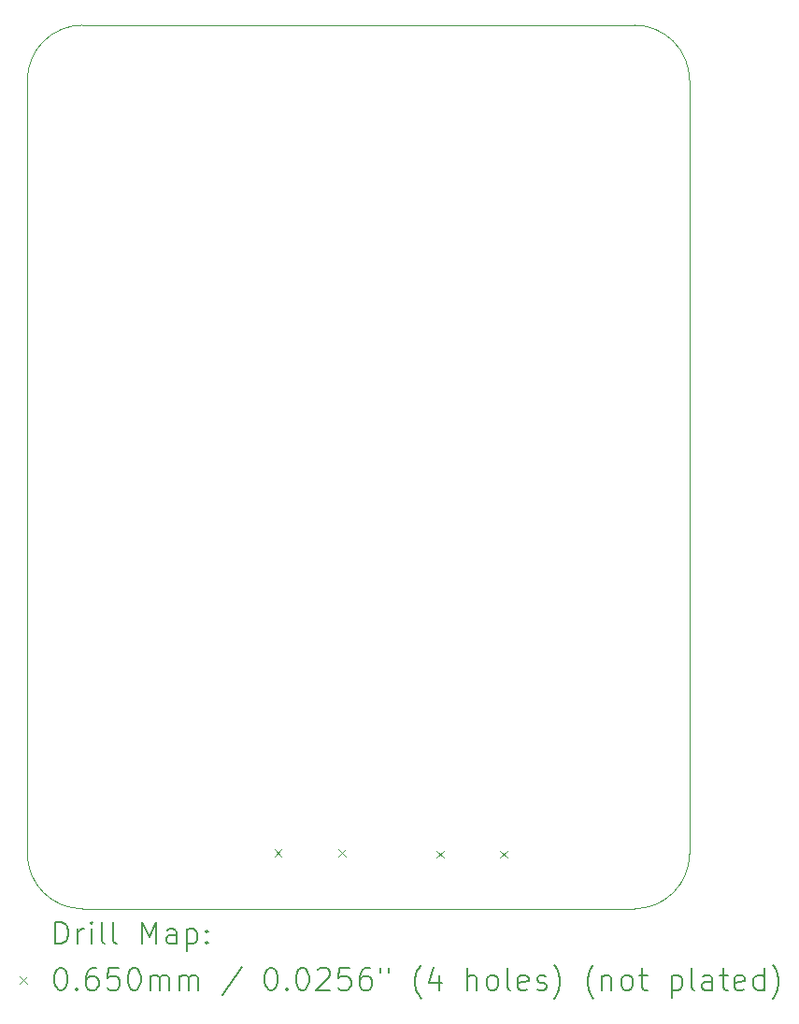
<source format=gbr>
%TF.GenerationSoftware,KiCad,Pcbnew,7.0.9*%
%TF.CreationDate,2024-06-03T19:44:03+03:00*%
%TF.ProjectId,LinuxCore-v2,4c696e75-7843-46f7-9265-2d76322e6b69,rev?*%
%TF.SameCoordinates,Original*%
%TF.FileFunction,Drillmap*%
%TF.FilePolarity,Positive*%
%FSLAX45Y45*%
G04 Gerber Fmt 4.5, Leading zero omitted, Abs format (unit mm)*
G04 Created by KiCad (PCBNEW 7.0.9) date 2024-06-03 19:44:03*
%MOMM*%
%LPD*%
G01*
G04 APERTURE LIST*
%ADD10C,0.100000*%
%ADD11C,0.200000*%
G04 APERTURE END LIST*
D10*
X17689715Y-12900000D02*
X12689715Y-12900000D01*
X12689715Y-4900000D02*
X17689715Y-4900000D01*
X12189710Y-12400000D02*
G75*
G03*
X12689715Y-12900000I500000J0D01*
G01*
X18189715Y-5400000D02*
X18189715Y-12400000D01*
X12189715Y-12400000D02*
X12189715Y-5400000D01*
X12689715Y-4900005D02*
G75*
G03*
X12189715Y-5400000I-5J-499995D01*
G01*
X18189720Y-5400000D02*
G75*
G03*
X17689715Y-4900000I-500000J0D01*
G01*
X17689715Y-12899995D02*
G75*
G03*
X18189715Y-12400000I5J499995D01*
G01*
D11*
D10*
X14428215Y-12363500D02*
X14493215Y-12428500D01*
X14493215Y-12363500D02*
X14428215Y-12428500D01*
X15006215Y-12363500D02*
X15071215Y-12428500D01*
X15071215Y-12363500D02*
X15006215Y-12428500D01*
X15898215Y-12373500D02*
X15963215Y-12438500D01*
X15963215Y-12373500D02*
X15898215Y-12438500D01*
X16476215Y-12373500D02*
X16541215Y-12438500D01*
X16541215Y-12373500D02*
X16476215Y-12438500D01*
D11*
X12445492Y-13216484D02*
X12445492Y-13016484D01*
X12445492Y-13016484D02*
X12493111Y-13016484D01*
X12493111Y-13016484D02*
X12521682Y-13026008D01*
X12521682Y-13026008D02*
X12540730Y-13045055D01*
X12540730Y-13045055D02*
X12550254Y-13064103D01*
X12550254Y-13064103D02*
X12559777Y-13102198D01*
X12559777Y-13102198D02*
X12559777Y-13130769D01*
X12559777Y-13130769D02*
X12550254Y-13168865D01*
X12550254Y-13168865D02*
X12540730Y-13187912D01*
X12540730Y-13187912D02*
X12521682Y-13206960D01*
X12521682Y-13206960D02*
X12493111Y-13216484D01*
X12493111Y-13216484D02*
X12445492Y-13216484D01*
X12645492Y-13216484D02*
X12645492Y-13083150D01*
X12645492Y-13121246D02*
X12655016Y-13102198D01*
X12655016Y-13102198D02*
X12664539Y-13092674D01*
X12664539Y-13092674D02*
X12683587Y-13083150D01*
X12683587Y-13083150D02*
X12702635Y-13083150D01*
X12769301Y-13216484D02*
X12769301Y-13083150D01*
X12769301Y-13016484D02*
X12759777Y-13026008D01*
X12759777Y-13026008D02*
X12769301Y-13035531D01*
X12769301Y-13035531D02*
X12778825Y-13026008D01*
X12778825Y-13026008D02*
X12769301Y-13016484D01*
X12769301Y-13016484D02*
X12769301Y-13035531D01*
X12893111Y-13216484D02*
X12874063Y-13206960D01*
X12874063Y-13206960D02*
X12864539Y-13187912D01*
X12864539Y-13187912D02*
X12864539Y-13016484D01*
X12997873Y-13216484D02*
X12978825Y-13206960D01*
X12978825Y-13206960D02*
X12969301Y-13187912D01*
X12969301Y-13187912D02*
X12969301Y-13016484D01*
X13226444Y-13216484D02*
X13226444Y-13016484D01*
X13226444Y-13016484D02*
X13293111Y-13159341D01*
X13293111Y-13159341D02*
X13359777Y-13016484D01*
X13359777Y-13016484D02*
X13359777Y-13216484D01*
X13540730Y-13216484D02*
X13540730Y-13111722D01*
X13540730Y-13111722D02*
X13531206Y-13092674D01*
X13531206Y-13092674D02*
X13512158Y-13083150D01*
X13512158Y-13083150D02*
X13474063Y-13083150D01*
X13474063Y-13083150D02*
X13455016Y-13092674D01*
X13540730Y-13206960D02*
X13521682Y-13216484D01*
X13521682Y-13216484D02*
X13474063Y-13216484D01*
X13474063Y-13216484D02*
X13455016Y-13206960D01*
X13455016Y-13206960D02*
X13445492Y-13187912D01*
X13445492Y-13187912D02*
X13445492Y-13168865D01*
X13445492Y-13168865D02*
X13455016Y-13149817D01*
X13455016Y-13149817D02*
X13474063Y-13140293D01*
X13474063Y-13140293D02*
X13521682Y-13140293D01*
X13521682Y-13140293D02*
X13540730Y-13130769D01*
X13635968Y-13083150D02*
X13635968Y-13283150D01*
X13635968Y-13092674D02*
X13655016Y-13083150D01*
X13655016Y-13083150D02*
X13693111Y-13083150D01*
X13693111Y-13083150D02*
X13712158Y-13092674D01*
X13712158Y-13092674D02*
X13721682Y-13102198D01*
X13721682Y-13102198D02*
X13731206Y-13121246D01*
X13731206Y-13121246D02*
X13731206Y-13178388D01*
X13731206Y-13178388D02*
X13721682Y-13197436D01*
X13721682Y-13197436D02*
X13712158Y-13206960D01*
X13712158Y-13206960D02*
X13693111Y-13216484D01*
X13693111Y-13216484D02*
X13655016Y-13216484D01*
X13655016Y-13216484D02*
X13635968Y-13206960D01*
X13816920Y-13197436D02*
X13826444Y-13206960D01*
X13826444Y-13206960D02*
X13816920Y-13216484D01*
X13816920Y-13216484D02*
X13807397Y-13206960D01*
X13807397Y-13206960D02*
X13816920Y-13197436D01*
X13816920Y-13197436D02*
X13816920Y-13216484D01*
X13816920Y-13092674D02*
X13826444Y-13102198D01*
X13826444Y-13102198D02*
X13816920Y-13111722D01*
X13816920Y-13111722D02*
X13807397Y-13102198D01*
X13807397Y-13102198D02*
X13816920Y-13092674D01*
X13816920Y-13092674D02*
X13816920Y-13111722D01*
D10*
X12119715Y-13512500D02*
X12184715Y-13577500D01*
X12184715Y-13512500D02*
X12119715Y-13577500D01*
D11*
X12483587Y-13436484D02*
X12502635Y-13436484D01*
X12502635Y-13436484D02*
X12521682Y-13446008D01*
X12521682Y-13446008D02*
X12531206Y-13455531D01*
X12531206Y-13455531D02*
X12540730Y-13474579D01*
X12540730Y-13474579D02*
X12550254Y-13512674D01*
X12550254Y-13512674D02*
X12550254Y-13560293D01*
X12550254Y-13560293D02*
X12540730Y-13598388D01*
X12540730Y-13598388D02*
X12531206Y-13617436D01*
X12531206Y-13617436D02*
X12521682Y-13626960D01*
X12521682Y-13626960D02*
X12502635Y-13636484D01*
X12502635Y-13636484D02*
X12483587Y-13636484D01*
X12483587Y-13636484D02*
X12464539Y-13626960D01*
X12464539Y-13626960D02*
X12455016Y-13617436D01*
X12455016Y-13617436D02*
X12445492Y-13598388D01*
X12445492Y-13598388D02*
X12435968Y-13560293D01*
X12435968Y-13560293D02*
X12435968Y-13512674D01*
X12435968Y-13512674D02*
X12445492Y-13474579D01*
X12445492Y-13474579D02*
X12455016Y-13455531D01*
X12455016Y-13455531D02*
X12464539Y-13446008D01*
X12464539Y-13446008D02*
X12483587Y-13436484D01*
X12635968Y-13617436D02*
X12645492Y-13626960D01*
X12645492Y-13626960D02*
X12635968Y-13636484D01*
X12635968Y-13636484D02*
X12626444Y-13626960D01*
X12626444Y-13626960D02*
X12635968Y-13617436D01*
X12635968Y-13617436D02*
X12635968Y-13636484D01*
X12816920Y-13436484D02*
X12778825Y-13436484D01*
X12778825Y-13436484D02*
X12759777Y-13446008D01*
X12759777Y-13446008D02*
X12750254Y-13455531D01*
X12750254Y-13455531D02*
X12731206Y-13484103D01*
X12731206Y-13484103D02*
X12721682Y-13522198D01*
X12721682Y-13522198D02*
X12721682Y-13598388D01*
X12721682Y-13598388D02*
X12731206Y-13617436D01*
X12731206Y-13617436D02*
X12740730Y-13626960D01*
X12740730Y-13626960D02*
X12759777Y-13636484D01*
X12759777Y-13636484D02*
X12797873Y-13636484D01*
X12797873Y-13636484D02*
X12816920Y-13626960D01*
X12816920Y-13626960D02*
X12826444Y-13617436D01*
X12826444Y-13617436D02*
X12835968Y-13598388D01*
X12835968Y-13598388D02*
X12835968Y-13550769D01*
X12835968Y-13550769D02*
X12826444Y-13531722D01*
X12826444Y-13531722D02*
X12816920Y-13522198D01*
X12816920Y-13522198D02*
X12797873Y-13512674D01*
X12797873Y-13512674D02*
X12759777Y-13512674D01*
X12759777Y-13512674D02*
X12740730Y-13522198D01*
X12740730Y-13522198D02*
X12731206Y-13531722D01*
X12731206Y-13531722D02*
X12721682Y-13550769D01*
X13016920Y-13436484D02*
X12921682Y-13436484D01*
X12921682Y-13436484D02*
X12912158Y-13531722D01*
X12912158Y-13531722D02*
X12921682Y-13522198D01*
X12921682Y-13522198D02*
X12940730Y-13512674D01*
X12940730Y-13512674D02*
X12988349Y-13512674D01*
X12988349Y-13512674D02*
X13007397Y-13522198D01*
X13007397Y-13522198D02*
X13016920Y-13531722D01*
X13016920Y-13531722D02*
X13026444Y-13550769D01*
X13026444Y-13550769D02*
X13026444Y-13598388D01*
X13026444Y-13598388D02*
X13016920Y-13617436D01*
X13016920Y-13617436D02*
X13007397Y-13626960D01*
X13007397Y-13626960D02*
X12988349Y-13636484D01*
X12988349Y-13636484D02*
X12940730Y-13636484D01*
X12940730Y-13636484D02*
X12921682Y-13626960D01*
X12921682Y-13626960D02*
X12912158Y-13617436D01*
X13150254Y-13436484D02*
X13169301Y-13436484D01*
X13169301Y-13436484D02*
X13188349Y-13446008D01*
X13188349Y-13446008D02*
X13197873Y-13455531D01*
X13197873Y-13455531D02*
X13207397Y-13474579D01*
X13207397Y-13474579D02*
X13216920Y-13512674D01*
X13216920Y-13512674D02*
X13216920Y-13560293D01*
X13216920Y-13560293D02*
X13207397Y-13598388D01*
X13207397Y-13598388D02*
X13197873Y-13617436D01*
X13197873Y-13617436D02*
X13188349Y-13626960D01*
X13188349Y-13626960D02*
X13169301Y-13636484D01*
X13169301Y-13636484D02*
X13150254Y-13636484D01*
X13150254Y-13636484D02*
X13131206Y-13626960D01*
X13131206Y-13626960D02*
X13121682Y-13617436D01*
X13121682Y-13617436D02*
X13112158Y-13598388D01*
X13112158Y-13598388D02*
X13102635Y-13560293D01*
X13102635Y-13560293D02*
X13102635Y-13512674D01*
X13102635Y-13512674D02*
X13112158Y-13474579D01*
X13112158Y-13474579D02*
X13121682Y-13455531D01*
X13121682Y-13455531D02*
X13131206Y-13446008D01*
X13131206Y-13446008D02*
X13150254Y-13436484D01*
X13302635Y-13636484D02*
X13302635Y-13503150D01*
X13302635Y-13522198D02*
X13312158Y-13512674D01*
X13312158Y-13512674D02*
X13331206Y-13503150D01*
X13331206Y-13503150D02*
X13359778Y-13503150D01*
X13359778Y-13503150D02*
X13378825Y-13512674D01*
X13378825Y-13512674D02*
X13388349Y-13531722D01*
X13388349Y-13531722D02*
X13388349Y-13636484D01*
X13388349Y-13531722D02*
X13397873Y-13512674D01*
X13397873Y-13512674D02*
X13416920Y-13503150D01*
X13416920Y-13503150D02*
X13445492Y-13503150D01*
X13445492Y-13503150D02*
X13464539Y-13512674D01*
X13464539Y-13512674D02*
X13474063Y-13531722D01*
X13474063Y-13531722D02*
X13474063Y-13636484D01*
X13569301Y-13636484D02*
X13569301Y-13503150D01*
X13569301Y-13522198D02*
X13578825Y-13512674D01*
X13578825Y-13512674D02*
X13597873Y-13503150D01*
X13597873Y-13503150D02*
X13626444Y-13503150D01*
X13626444Y-13503150D02*
X13645492Y-13512674D01*
X13645492Y-13512674D02*
X13655016Y-13531722D01*
X13655016Y-13531722D02*
X13655016Y-13636484D01*
X13655016Y-13531722D02*
X13664539Y-13512674D01*
X13664539Y-13512674D02*
X13683587Y-13503150D01*
X13683587Y-13503150D02*
X13712158Y-13503150D01*
X13712158Y-13503150D02*
X13731206Y-13512674D01*
X13731206Y-13512674D02*
X13740730Y-13531722D01*
X13740730Y-13531722D02*
X13740730Y-13636484D01*
X14131206Y-13426960D02*
X13959778Y-13684103D01*
X14388349Y-13436484D02*
X14407397Y-13436484D01*
X14407397Y-13436484D02*
X14426444Y-13446008D01*
X14426444Y-13446008D02*
X14435968Y-13455531D01*
X14435968Y-13455531D02*
X14445492Y-13474579D01*
X14445492Y-13474579D02*
X14455016Y-13512674D01*
X14455016Y-13512674D02*
X14455016Y-13560293D01*
X14455016Y-13560293D02*
X14445492Y-13598388D01*
X14445492Y-13598388D02*
X14435968Y-13617436D01*
X14435968Y-13617436D02*
X14426444Y-13626960D01*
X14426444Y-13626960D02*
X14407397Y-13636484D01*
X14407397Y-13636484D02*
X14388349Y-13636484D01*
X14388349Y-13636484D02*
X14369301Y-13626960D01*
X14369301Y-13626960D02*
X14359778Y-13617436D01*
X14359778Y-13617436D02*
X14350254Y-13598388D01*
X14350254Y-13598388D02*
X14340730Y-13560293D01*
X14340730Y-13560293D02*
X14340730Y-13512674D01*
X14340730Y-13512674D02*
X14350254Y-13474579D01*
X14350254Y-13474579D02*
X14359778Y-13455531D01*
X14359778Y-13455531D02*
X14369301Y-13446008D01*
X14369301Y-13446008D02*
X14388349Y-13436484D01*
X14540730Y-13617436D02*
X14550254Y-13626960D01*
X14550254Y-13626960D02*
X14540730Y-13636484D01*
X14540730Y-13636484D02*
X14531206Y-13626960D01*
X14531206Y-13626960D02*
X14540730Y-13617436D01*
X14540730Y-13617436D02*
X14540730Y-13636484D01*
X14674063Y-13436484D02*
X14693111Y-13436484D01*
X14693111Y-13436484D02*
X14712159Y-13446008D01*
X14712159Y-13446008D02*
X14721682Y-13455531D01*
X14721682Y-13455531D02*
X14731206Y-13474579D01*
X14731206Y-13474579D02*
X14740730Y-13512674D01*
X14740730Y-13512674D02*
X14740730Y-13560293D01*
X14740730Y-13560293D02*
X14731206Y-13598388D01*
X14731206Y-13598388D02*
X14721682Y-13617436D01*
X14721682Y-13617436D02*
X14712159Y-13626960D01*
X14712159Y-13626960D02*
X14693111Y-13636484D01*
X14693111Y-13636484D02*
X14674063Y-13636484D01*
X14674063Y-13636484D02*
X14655016Y-13626960D01*
X14655016Y-13626960D02*
X14645492Y-13617436D01*
X14645492Y-13617436D02*
X14635968Y-13598388D01*
X14635968Y-13598388D02*
X14626444Y-13560293D01*
X14626444Y-13560293D02*
X14626444Y-13512674D01*
X14626444Y-13512674D02*
X14635968Y-13474579D01*
X14635968Y-13474579D02*
X14645492Y-13455531D01*
X14645492Y-13455531D02*
X14655016Y-13446008D01*
X14655016Y-13446008D02*
X14674063Y-13436484D01*
X14816921Y-13455531D02*
X14826444Y-13446008D01*
X14826444Y-13446008D02*
X14845492Y-13436484D01*
X14845492Y-13436484D02*
X14893111Y-13436484D01*
X14893111Y-13436484D02*
X14912159Y-13446008D01*
X14912159Y-13446008D02*
X14921682Y-13455531D01*
X14921682Y-13455531D02*
X14931206Y-13474579D01*
X14931206Y-13474579D02*
X14931206Y-13493627D01*
X14931206Y-13493627D02*
X14921682Y-13522198D01*
X14921682Y-13522198D02*
X14807397Y-13636484D01*
X14807397Y-13636484D02*
X14931206Y-13636484D01*
X15112159Y-13436484D02*
X15016921Y-13436484D01*
X15016921Y-13436484D02*
X15007397Y-13531722D01*
X15007397Y-13531722D02*
X15016921Y-13522198D01*
X15016921Y-13522198D02*
X15035968Y-13512674D01*
X15035968Y-13512674D02*
X15083587Y-13512674D01*
X15083587Y-13512674D02*
X15102635Y-13522198D01*
X15102635Y-13522198D02*
X15112159Y-13531722D01*
X15112159Y-13531722D02*
X15121682Y-13550769D01*
X15121682Y-13550769D02*
X15121682Y-13598388D01*
X15121682Y-13598388D02*
X15112159Y-13617436D01*
X15112159Y-13617436D02*
X15102635Y-13626960D01*
X15102635Y-13626960D02*
X15083587Y-13636484D01*
X15083587Y-13636484D02*
X15035968Y-13636484D01*
X15035968Y-13636484D02*
X15016921Y-13626960D01*
X15016921Y-13626960D02*
X15007397Y-13617436D01*
X15293111Y-13436484D02*
X15255016Y-13436484D01*
X15255016Y-13436484D02*
X15235968Y-13446008D01*
X15235968Y-13446008D02*
X15226444Y-13455531D01*
X15226444Y-13455531D02*
X15207397Y-13484103D01*
X15207397Y-13484103D02*
X15197873Y-13522198D01*
X15197873Y-13522198D02*
X15197873Y-13598388D01*
X15197873Y-13598388D02*
X15207397Y-13617436D01*
X15207397Y-13617436D02*
X15216921Y-13626960D01*
X15216921Y-13626960D02*
X15235968Y-13636484D01*
X15235968Y-13636484D02*
X15274063Y-13636484D01*
X15274063Y-13636484D02*
X15293111Y-13626960D01*
X15293111Y-13626960D02*
X15302635Y-13617436D01*
X15302635Y-13617436D02*
X15312159Y-13598388D01*
X15312159Y-13598388D02*
X15312159Y-13550769D01*
X15312159Y-13550769D02*
X15302635Y-13531722D01*
X15302635Y-13531722D02*
X15293111Y-13522198D01*
X15293111Y-13522198D02*
X15274063Y-13512674D01*
X15274063Y-13512674D02*
X15235968Y-13512674D01*
X15235968Y-13512674D02*
X15216921Y-13522198D01*
X15216921Y-13522198D02*
X15207397Y-13531722D01*
X15207397Y-13531722D02*
X15197873Y-13550769D01*
X15388349Y-13436484D02*
X15388349Y-13474579D01*
X15464540Y-13436484D02*
X15464540Y-13474579D01*
X15759778Y-13712674D02*
X15750254Y-13703150D01*
X15750254Y-13703150D02*
X15731206Y-13674579D01*
X15731206Y-13674579D02*
X15721683Y-13655531D01*
X15721683Y-13655531D02*
X15712159Y-13626960D01*
X15712159Y-13626960D02*
X15702635Y-13579341D01*
X15702635Y-13579341D02*
X15702635Y-13541246D01*
X15702635Y-13541246D02*
X15712159Y-13493627D01*
X15712159Y-13493627D02*
X15721683Y-13465055D01*
X15721683Y-13465055D02*
X15731206Y-13446008D01*
X15731206Y-13446008D02*
X15750254Y-13417436D01*
X15750254Y-13417436D02*
X15759778Y-13407912D01*
X15921683Y-13503150D02*
X15921683Y-13636484D01*
X15874063Y-13426960D02*
X15826444Y-13569817D01*
X15826444Y-13569817D02*
X15950254Y-13569817D01*
X16178825Y-13636484D02*
X16178825Y-13436484D01*
X16264540Y-13636484D02*
X16264540Y-13531722D01*
X16264540Y-13531722D02*
X16255016Y-13512674D01*
X16255016Y-13512674D02*
X16235968Y-13503150D01*
X16235968Y-13503150D02*
X16207397Y-13503150D01*
X16207397Y-13503150D02*
X16188349Y-13512674D01*
X16188349Y-13512674D02*
X16178825Y-13522198D01*
X16388349Y-13636484D02*
X16369302Y-13626960D01*
X16369302Y-13626960D02*
X16359778Y-13617436D01*
X16359778Y-13617436D02*
X16350254Y-13598388D01*
X16350254Y-13598388D02*
X16350254Y-13541246D01*
X16350254Y-13541246D02*
X16359778Y-13522198D01*
X16359778Y-13522198D02*
X16369302Y-13512674D01*
X16369302Y-13512674D02*
X16388349Y-13503150D01*
X16388349Y-13503150D02*
X16416921Y-13503150D01*
X16416921Y-13503150D02*
X16435968Y-13512674D01*
X16435968Y-13512674D02*
X16445492Y-13522198D01*
X16445492Y-13522198D02*
X16455016Y-13541246D01*
X16455016Y-13541246D02*
X16455016Y-13598388D01*
X16455016Y-13598388D02*
X16445492Y-13617436D01*
X16445492Y-13617436D02*
X16435968Y-13626960D01*
X16435968Y-13626960D02*
X16416921Y-13636484D01*
X16416921Y-13636484D02*
X16388349Y-13636484D01*
X16569302Y-13636484D02*
X16550254Y-13626960D01*
X16550254Y-13626960D02*
X16540730Y-13607912D01*
X16540730Y-13607912D02*
X16540730Y-13436484D01*
X16721683Y-13626960D02*
X16702635Y-13636484D01*
X16702635Y-13636484D02*
X16664540Y-13636484D01*
X16664540Y-13636484D02*
X16645492Y-13626960D01*
X16645492Y-13626960D02*
X16635968Y-13607912D01*
X16635968Y-13607912D02*
X16635968Y-13531722D01*
X16635968Y-13531722D02*
X16645492Y-13512674D01*
X16645492Y-13512674D02*
X16664540Y-13503150D01*
X16664540Y-13503150D02*
X16702635Y-13503150D01*
X16702635Y-13503150D02*
X16721683Y-13512674D01*
X16721683Y-13512674D02*
X16731206Y-13531722D01*
X16731206Y-13531722D02*
X16731206Y-13550769D01*
X16731206Y-13550769D02*
X16635968Y-13569817D01*
X16807397Y-13626960D02*
X16826445Y-13636484D01*
X16826445Y-13636484D02*
X16864540Y-13636484D01*
X16864540Y-13636484D02*
X16883588Y-13626960D01*
X16883588Y-13626960D02*
X16893111Y-13607912D01*
X16893111Y-13607912D02*
X16893111Y-13598388D01*
X16893111Y-13598388D02*
X16883588Y-13579341D01*
X16883588Y-13579341D02*
X16864540Y-13569817D01*
X16864540Y-13569817D02*
X16835968Y-13569817D01*
X16835968Y-13569817D02*
X16816921Y-13560293D01*
X16816921Y-13560293D02*
X16807397Y-13541246D01*
X16807397Y-13541246D02*
X16807397Y-13531722D01*
X16807397Y-13531722D02*
X16816921Y-13512674D01*
X16816921Y-13512674D02*
X16835968Y-13503150D01*
X16835968Y-13503150D02*
X16864540Y-13503150D01*
X16864540Y-13503150D02*
X16883588Y-13512674D01*
X16959778Y-13712674D02*
X16969302Y-13703150D01*
X16969302Y-13703150D02*
X16988349Y-13674579D01*
X16988349Y-13674579D02*
X16997873Y-13655531D01*
X16997873Y-13655531D02*
X17007397Y-13626960D01*
X17007397Y-13626960D02*
X17016921Y-13579341D01*
X17016921Y-13579341D02*
X17016921Y-13541246D01*
X17016921Y-13541246D02*
X17007397Y-13493627D01*
X17007397Y-13493627D02*
X16997873Y-13465055D01*
X16997873Y-13465055D02*
X16988349Y-13446008D01*
X16988349Y-13446008D02*
X16969302Y-13417436D01*
X16969302Y-13417436D02*
X16959778Y-13407912D01*
X17321683Y-13712674D02*
X17312159Y-13703150D01*
X17312159Y-13703150D02*
X17293111Y-13674579D01*
X17293111Y-13674579D02*
X17283588Y-13655531D01*
X17283588Y-13655531D02*
X17274064Y-13626960D01*
X17274064Y-13626960D02*
X17264540Y-13579341D01*
X17264540Y-13579341D02*
X17264540Y-13541246D01*
X17264540Y-13541246D02*
X17274064Y-13493627D01*
X17274064Y-13493627D02*
X17283588Y-13465055D01*
X17283588Y-13465055D02*
X17293111Y-13446008D01*
X17293111Y-13446008D02*
X17312159Y-13417436D01*
X17312159Y-13417436D02*
X17321683Y-13407912D01*
X17397873Y-13503150D02*
X17397873Y-13636484D01*
X17397873Y-13522198D02*
X17407397Y-13512674D01*
X17407397Y-13512674D02*
X17426445Y-13503150D01*
X17426445Y-13503150D02*
X17455016Y-13503150D01*
X17455016Y-13503150D02*
X17474064Y-13512674D01*
X17474064Y-13512674D02*
X17483588Y-13531722D01*
X17483588Y-13531722D02*
X17483588Y-13636484D01*
X17607397Y-13636484D02*
X17588349Y-13626960D01*
X17588349Y-13626960D02*
X17578826Y-13617436D01*
X17578826Y-13617436D02*
X17569302Y-13598388D01*
X17569302Y-13598388D02*
X17569302Y-13541246D01*
X17569302Y-13541246D02*
X17578826Y-13522198D01*
X17578826Y-13522198D02*
X17588349Y-13512674D01*
X17588349Y-13512674D02*
X17607397Y-13503150D01*
X17607397Y-13503150D02*
X17635969Y-13503150D01*
X17635969Y-13503150D02*
X17655016Y-13512674D01*
X17655016Y-13512674D02*
X17664540Y-13522198D01*
X17664540Y-13522198D02*
X17674064Y-13541246D01*
X17674064Y-13541246D02*
X17674064Y-13598388D01*
X17674064Y-13598388D02*
X17664540Y-13617436D01*
X17664540Y-13617436D02*
X17655016Y-13626960D01*
X17655016Y-13626960D02*
X17635969Y-13636484D01*
X17635969Y-13636484D02*
X17607397Y-13636484D01*
X17731207Y-13503150D02*
X17807397Y-13503150D01*
X17759778Y-13436484D02*
X17759778Y-13607912D01*
X17759778Y-13607912D02*
X17769302Y-13626960D01*
X17769302Y-13626960D02*
X17788349Y-13636484D01*
X17788349Y-13636484D02*
X17807397Y-13636484D01*
X18026445Y-13503150D02*
X18026445Y-13703150D01*
X18026445Y-13512674D02*
X18045492Y-13503150D01*
X18045492Y-13503150D02*
X18083588Y-13503150D01*
X18083588Y-13503150D02*
X18102635Y-13512674D01*
X18102635Y-13512674D02*
X18112159Y-13522198D01*
X18112159Y-13522198D02*
X18121683Y-13541246D01*
X18121683Y-13541246D02*
X18121683Y-13598388D01*
X18121683Y-13598388D02*
X18112159Y-13617436D01*
X18112159Y-13617436D02*
X18102635Y-13626960D01*
X18102635Y-13626960D02*
X18083588Y-13636484D01*
X18083588Y-13636484D02*
X18045492Y-13636484D01*
X18045492Y-13636484D02*
X18026445Y-13626960D01*
X18235969Y-13636484D02*
X18216921Y-13626960D01*
X18216921Y-13626960D02*
X18207397Y-13607912D01*
X18207397Y-13607912D02*
X18207397Y-13436484D01*
X18397873Y-13636484D02*
X18397873Y-13531722D01*
X18397873Y-13531722D02*
X18388350Y-13512674D01*
X18388350Y-13512674D02*
X18369302Y-13503150D01*
X18369302Y-13503150D02*
X18331207Y-13503150D01*
X18331207Y-13503150D02*
X18312159Y-13512674D01*
X18397873Y-13626960D02*
X18378826Y-13636484D01*
X18378826Y-13636484D02*
X18331207Y-13636484D01*
X18331207Y-13636484D02*
X18312159Y-13626960D01*
X18312159Y-13626960D02*
X18302635Y-13607912D01*
X18302635Y-13607912D02*
X18302635Y-13588865D01*
X18302635Y-13588865D02*
X18312159Y-13569817D01*
X18312159Y-13569817D02*
X18331207Y-13560293D01*
X18331207Y-13560293D02*
X18378826Y-13560293D01*
X18378826Y-13560293D02*
X18397873Y-13550769D01*
X18464540Y-13503150D02*
X18540730Y-13503150D01*
X18493111Y-13436484D02*
X18493111Y-13607912D01*
X18493111Y-13607912D02*
X18502635Y-13626960D01*
X18502635Y-13626960D02*
X18521683Y-13636484D01*
X18521683Y-13636484D02*
X18540730Y-13636484D01*
X18683588Y-13626960D02*
X18664540Y-13636484D01*
X18664540Y-13636484D02*
X18626445Y-13636484D01*
X18626445Y-13636484D02*
X18607397Y-13626960D01*
X18607397Y-13626960D02*
X18597873Y-13607912D01*
X18597873Y-13607912D02*
X18597873Y-13531722D01*
X18597873Y-13531722D02*
X18607397Y-13512674D01*
X18607397Y-13512674D02*
X18626445Y-13503150D01*
X18626445Y-13503150D02*
X18664540Y-13503150D01*
X18664540Y-13503150D02*
X18683588Y-13512674D01*
X18683588Y-13512674D02*
X18693111Y-13531722D01*
X18693111Y-13531722D02*
X18693111Y-13550769D01*
X18693111Y-13550769D02*
X18597873Y-13569817D01*
X18864540Y-13636484D02*
X18864540Y-13436484D01*
X18864540Y-13626960D02*
X18845492Y-13636484D01*
X18845492Y-13636484D02*
X18807397Y-13636484D01*
X18807397Y-13636484D02*
X18788350Y-13626960D01*
X18788350Y-13626960D02*
X18778826Y-13617436D01*
X18778826Y-13617436D02*
X18769302Y-13598388D01*
X18769302Y-13598388D02*
X18769302Y-13541246D01*
X18769302Y-13541246D02*
X18778826Y-13522198D01*
X18778826Y-13522198D02*
X18788350Y-13512674D01*
X18788350Y-13512674D02*
X18807397Y-13503150D01*
X18807397Y-13503150D02*
X18845492Y-13503150D01*
X18845492Y-13503150D02*
X18864540Y-13512674D01*
X18940731Y-13712674D02*
X18950254Y-13703150D01*
X18950254Y-13703150D02*
X18969302Y-13674579D01*
X18969302Y-13674579D02*
X18978826Y-13655531D01*
X18978826Y-13655531D02*
X18988350Y-13626960D01*
X18988350Y-13626960D02*
X18997873Y-13579341D01*
X18997873Y-13579341D02*
X18997873Y-13541246D01*
X18997873Y-13541246D02*
X18988350Y-13493627D01*
X18988350Y-13493627D02*
X18978826Y-13465055D01*
X18978826Y-13465055D02*
X18969302Y-13446008D01*
X18969302Y-13446008D02*
X18950254Y-13417436D01*
X18950254Y-13417436D02*
X18940731Y-13407912D01*
M02*

</source>
